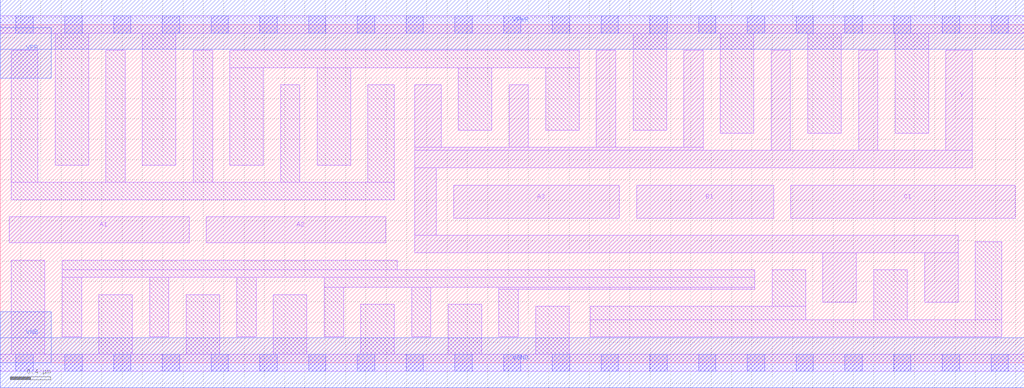
<source format=lef>
# Copyright 2020 The SkyWater PDK Authors
#
# Licensed under the Apache License, Version 2.0 (the "License");
# you may not use this file except in compliance with the License.
# You may obtain a copy of the License at
#
#     https://www.apache.org/licenses/LICENSE-2.0
#
# Unless required by applicable law or agreed to in writing, software
# distributed under the License is distributed on an "AS IS" BASIS,
# WITHOUT WARRANTIES OR CONDITIONS OF ANY KIND, either express or implied.
# See the License for the specific language governing permissions and
# limitations under the License.
#
# SPDX-License-Identifier: Apache-2.0

VERSION 5.5 ;
NAMESCASESENSITIVE ON ;
BUSBITCHARS "[]" ;
DIVIDERCHAR "/" ;
MACRO sky130_fd_sc_lp__o311ai_4
  CLASS CORE ;
  SOURCE USER ;
  ORIGIN  0.000000  0.000000 ;
  SIZE  10.08000 BY  3.330000 ;
  SYMMETRY X Y R90 ;
  SITE unit ;
  PIN A1
    ANTENNAGATEAREA  1.260000 ;
    DIRECTION INPUT ;
    USE SIGNAL ;
    PORT
      LAYER li1 ;
        RECT 0.090000 1.180000 1.860000 1.435000 ;
    END
  END A1
  PIN A2
    ANTENNAGATEAREA  1.260000 ;
    DIRECTION INPUT ;
    USE SIGNAL ;
    PORT
      LAYER li1 ;
        RECT 2.030000 1.180000 3.795000 1.435000 ;
    END
  END A2
  PIN A3
    ANTENNAGATEAREA  1.260000 ;
    DIRECTION INPUT ;
    USE SIGNAL ;
    PORT
      LAYER li1 ;
        RECT 4.465000 1.425000 6.095000 1.750000 ;
    END
  END A3
  PIN B1
    ANTENNAGATEAREA  1.260000 ;
    DIRECTION INPUT ;
    USE SIGNAL ;
    PORT
      LAYER li1 ;
        RECT 6.265000 1.425000 7.615000 1.750000 ;
    END
  END B1
  PIN C1
    ANTENNAGATEAREA  1.260000 ;
    DIRECTION INPUT ;
    USE SIGNAL ;
    PORT
      LAYER li1 ;
        RECT 7.785000 1.425000 9.995000 1.750000 ;
    END
  END C1
  PIN Y
    ANTENNADIFFAREA  3.061800 ;
    DIRECTION OUTPUT ;
    USE SIGNAL ;
    PORT
      LAYER li1 ;
        RECT 4.080000 1.085000 9.430000 1.255000 ;
        RECT 4.080000 1.255000 4.295000 1.920000 ;
        RECT 4.080000 1.920000 9.570000 2.090000 ;
        RECT 4.080000 2.090000 6.920000 2.120000 ;
        RECT 4.080000 2.120000 4.340000 2.735000 ;
        RECT 5.010000 2.120000 5.200000 2.735000 ;
        RECT 5.870000 2.120000 6.060000 3.075000 ;
        RECT 6.730000 2.120000 6.920000 3.075000 ;
        RECT 7.590000 2.090000 7.780000 3.075000 ;
        RECT 8.100000 0.595000 8.430000 1.085000 ;
        RECT 8.450000 2.090000 8.640000 3.075000 ;
        RECT 9.100000 0.595000 9.430000 1.085000 ;
        RECT 9.310000 2.090000 9.570000 3.075000 ;
    END
  END Y
  PIN VGND
    DIRECTION INOUT ;
    USE GROUND ;
    PORT
      LAYER met1 ;
        RECT 0.000000 -0.245000 10.080000 0.245000 ;
    END
  END VGND
  PIN VNB
    DIRECTION INOUT ;
    USE GROUND ;
    PORT
    END
  END VNB
  PIN VPB
    DIRECTION INOUT ;
    USE POWER ;
    PORT
    END
  END VPB
  PIN VNB
    DIRECTION INOUT ;
    USE GROUND ;
    PORT
      LAYER met1 ;
        RECT 0.000000 0.000000 0.500000 0.500000 ;
    END
  END VNB
  PIN VPB
    DIRECTION INOUT ;
    USE POWER ;
    PORT
      LAYER met1 ;
        RECT 0.000000 2.800000 0.500000 3.300000 ;
    END
  END VPB
  PIN VPWR
    DIRECTION INOUT ;
    USE POWER ;
    PORT
      LAYER met1 ;
        RECT 0.000000 3.085000 10.080000 3.575000 ;
    END
  END VPWR
  OBS
    LAYER li1 ;
      RECT 0.000000 -0.085000 10.080000 0.085000 ;
      RECT 0.000000  3.245000 10.080000 3.415000 ;
      RECT 0.110000  0.085000  0.440000 1.010000 ;
      RECT 0.110000  1.605000  3.880000 1.775000 ;
      RECT 0.110000  1.775000  0.370000 3.075000 ;
      RECT 0.540000  1.945000  0.870000 3.245000 ;
      RECT 0.610000  0.255000  0.800000 0.840000 ;
      RECT 0.610000  0.840000  7.430000 0.915000 ;
      RECT 0.610000  0.915000  3.910000 1.010000 ;
      RECT 0.970000  0.085000  1.300000 0.670000 ;
      RECT 1.040000  1.775000  1.230000 3.075000 ;
      RECT 1.400000  1.945000  1.730000 3.245000 ;
      RECT 1.470000  0.255000  1.660000 0.840000 ;
      RECT 1.830000  0.085000  2.160000 0.670000 ;
      RECT 1.900000  1.775000  2.090000 3.075000 ;
      RECT 2.260000  1.945000  2.590000 2.905000 ;
      RECT 2.260000  2.905000  5.700000 3.075000 ;
      RECT 2.330000  0.255000  2.520000 0.840000 ;
      RECT 2.690000  0.085000  3.020000 0.670000 ;
      RECT 2.760000  1.775000  2.950000 2.735000 ;
      RECT 3.120000  1.945000  3.450000 2.905000 ;
      RECT 3.190000  0.255000  3.380000 0.745000 ;
      RECT 3.190000  0.745000  7.430000 0.840000 ;
      RECT 3.550000  0.085000  3.880000 0.575000 ;
      RECT 3.620000  1.775000  3.880000 2.735000 ;
      RECT 4.050000  0.255000  4.240000 0.745000 ;
      RECT 4.410000  0.085000  4.740000 0.575000 ;
      RECT 4.510000  2.290000  4.840000 2.905000 ;
      RECT 4.910000  0.255000  5.100000 0.725000 ;
      RECT 4.910000  0.725000  7.430000 0.745000 ;
      RECT 5.270000  0.085000  5.600000 0.555000 ;
      RECT 5.370000  2.290000  5.700000 2.905000 ;
      RECT 5.810000  0.255000  9.860000 0.425000 ;
      RECT 5.810000  0.425000  7.930000 0.555000 ;
      RECT 6.230000  2.290000  6.560000 3.245000 ;
      RECT 7.090000  2.260000  7.420000 3.245000 ;
      RECT 7.600000  0.555000  7.930000 0.915000 ;
      RECT 7.950000  2.260000  8.280000 3.245000 ;
      RECT 8.600000  0.425000  8.930000 0.915000 ;
      RECT 8.810000  2.260000  9.140000 3.245000 ;
      RECT 9.600000  0.425000  9.860000 1.190000 ;
    LAYER mcon ;
      RECT 0.155000 -0.085000 0.325000 0.085000 ;
      RECT 0.155000  3.245000 0.325000 3.415000 ;
      RECT 0.635000 -0.085000 0.805000 0.085000 ;
      RECT 0.635000  3.245000 0.805000 3.415000 ;
      RECT 1.115000 -0.085000 1.285000 0.085000 ;
      RECT 1.115000  3.245000 1.285000 3.415000 ;
      RECT 1.595000 -0.085000 1.765000 0.085000 ;
      RECT 1.595000  3.245000 1.765000 3.415000 ;
      RECT 2.075000 -0.085000 2.245000 0.085000 ;
      RECT 2.075000  3.245000 2.245000 3.415000 ;
      RECT 2.555000 -0.085000 2.725000 0.085000 ;
      RECT 2.555000  3.245000 2.725000 3.415000 ;
      RECT 3.035000 -0.085000 3.205000 0.085000 ;
      RECT 3.035000  3.245000 3.205000 3.415000 ;
      RECT 3.515000 -0.085000 3.685000 0.085000 ;
      RECT 3.515000  3.245000 3.685000 3.415000 ;
      RECT 3.995000 -0.085000 4.165000 0.085000 ;
      RECT 3.995000  3.245000 4.165000 3.415000 ;
      RECT 4.475000 -0.085000 4.645000 0.085000 ;
      RECT 4.475000  3.245000 4.645000 3.415000 ;
      RECT 4.955000 -0.085000 5.125000 0.085000 ;
      RECT 4.955000  3.245000 5.125000 3.415000 ;
      RECT 5.435000 -0.085000 5.605000 0.085000 ;
      RECT 5.435000  3.245000 5.605000 3.415000 ;
      RECT 5.915000 -0.085000 6.085000 0.085000 ;
      RECT 5.915000  3.245000 6.085000 3.415000 ;
      RECT 6.395000 -0.085000 6.565000 0.085000 ;
      RECT 6.395000  3.245000 6.565000 3.415000 ;
      RECT 6.875000 -0.085000 7.045000 0.085000 ;
      RECT 6.875000  3.245000 7.045000 3.415000 ;
      RECT 7.355000 -0.085000 7.525000 0.085000 ;
      RECT 7.355000  3.245000 7.525000 3.415000 ;
      RECT 7.835000 -0.085000 8.005000 0.085000 ;
      RECT 7.835000  3.245000 8.005000 3.415000 ;
      RECT 8.315000 -0.085000 8.485000 0.085000 ;
      RECT 8.315000  3.245000 8.485000 3.415000 ;
      RECT 8.795000 -0.085000 8.965000 0.085000 ;
      RECT 8.795000  3.245000 8.965000 3.415000 ;
      RECT 9.275000 -0.085000 9.445000 0.085000 ;
      RECT 9.275000  3.245000 9.445000 3.415000 ;
      RECT 9.755000 -0.085000 9.925000 0.085000 ;
      RECT 9.755000  3.245000 9.925000 3.415000 ;
  END
END sky130_fd_sc_lp__o311ai_4
END LIBRARY

</source>
